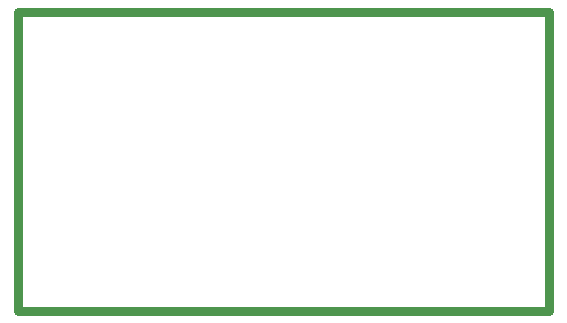
<source format=gko>
%FSLAX25Y25*%
%MOIN*%
G70*
G01*
G75*
G04 Layer_Color=16711935*
%ADD10R,0.03347X0.03150*%
%ADD11R,0.03150X0.03347*%
%ADD12R,0.03937X0.03150*%
%ADD13R,0.03937X0.05906*%
%ADD14R,0.03150X0.03937*%
%ADD15R,0.05906X0.03937*%
%ADD16R,0.04528X0.02362*%
G04:AMPARAMS|DCode=17|XSize=11.81mil|YSize=47.24mil|CornerRadius=2.95mil|HoleSize=0mil|Usage=FLASHONLY|Rotation=180.000|XOffset=0mil|YOffset=0mil|HoleType=Round|Shape=RoundedRectangle|*
%AMROUNDEDRECTD17*
21,1,0.01181,0.04134,0,0,180.0*
21,1,0.00591,0.04724,0,0,180.0*
1,1,0.00591,-0.00295,0.02067*
1,1,0.00591,0.00295,0.02067*
1,1,0.00591,0.00295,-0.02067*
1,1,0.00591,-0.00295,-0.02067*
%
%ADD17ROUNDEDRECTD17*%
G04:AMPARAMS|DCode=18|XSize=94.49mil|YSize=94.49mil|CornerRadius=23.62mil|HoleSize=0mil|Usage=FLASHONLY|Rotation=180.000|XOffset=0mil|YOffset=0mil|HoleType=Round|Shape=RoundedRectangle|*
%AMROUNDEDRECTD18*
21,1,0.09449,0.04724,0,0,180.0*
21,1,0.04724,0.09449,0,0,180.0*
1,1,0.04724,-0.02362,0.02362*
1,1,0.04724,0.02362,0.02362*
1,1,0.04724,0.02362,-0.02362*
1,1,0.04724,-0.02362,-0.02362*
%
%ADD18ROUNDEDRECTD18*%
%ADD19R,0.03543X0.04921*%
%ADD20C,0.00600*%
%ADD21C,0.01000*%
%ADD22C,0.01400*%
%ADD23C,0.05500*%
%ADD24R,0.05500X0.05500*%
%ADD25R,0.05700X0.05700*%
%ADD26C,0.05700*%
%ADD27C,0.05512*%
%ADD28C,0.05906*%
%ADD29C,0.21000*%
%ADD30C,0.04000*%
%ADD31C,0.02500*%
%ADD32C,0.02700*%
%ADD33C,0.00984*%
%ADD34C,0.01969*%
%ADD35C,0.04000*%
%ADD36C,0.00787*%
%ADD37C,0.01200*%
%ADD38C,0.00591*%
%ADD39C,0.00100*%
%ADD40R,0.04147X0.03950*%
%ADD41R,0.03950X0.04147*%
%ADD42R,0.04737X0.03950*%
%ADD43R,0.04737X0.06706*%
%ADD44R,0.03950X0.04737*%
%ADD45R,0.06706X0.04737*%
%ADD46R,0.05328X0.03162*%
G04:AMPARAMS|DCode=47|XSize=19.81mil|YSize=55.24mil|CornerRadius=6.95mil|HoleSize=0mil|Usage=FLASHONLY|Rotation=180.000|XOffset=0mil|YOffset=0mil|HoleType=Round|Shape=RoundedRectangle|*
%AMROUNDEDRECTD47*
21,1,0.01981,0.04134,0,0,180.0*
21,1,0.00591,0.05524,0,0,180.0*
1,1,0.01391,-0.00295,0.02067*
1,1,0.01391,0.00295,0.02067*
1,1,0.01391,0.00295,-0.02067*
1,1,0.01391,-0.00295,-0.02067*
%
%ADD47ROUNDEDRECTD47*%
G04:AMPARAMS|DCode=48|XSize=102.49mil|YSize=102.49mil|CornerRadius=27.62mil|HoleSize=0mil|Usage=FLASHONLY|Rotation=180.000|XOffset=0mil|YOffset=0mil|HoleType=Round|Shape=RoundedRectangle|*
%AMROUNDEDRECTD48*
21,1,0.10249,0.04724,0,0,180.0*
21,1,0.04724,0.10249,0,0,180.0*
1,1,0.05524,-0.02362,0.02362*
1,1,0.05524,0.02362,0.02362*
1,1,0.05524,0.02362,-0.02362*
1,1,0.05524,-0.02362,-0.02362*
%
%ADD48ROUNDEDRECTD48*%
%ADD49R,0.04343X0.05721*%
%ADD50C,0.06300*%
%ADD51R,0.06300X0.06300*%
%ADD52R,0.06500X0.06500*%
%ADD53C,0.06500*%
%ADD54C,0.06312*%
%ADD55C,0.06706*%
%ADD56C,0.21800*%
%ADD57C,0.04800*%
%ADD58C,0.03000*%
D58*
X-17300Y-72800D02*
X159800D01*
Y26800D01*
X-17300D02*
X159800D01*
X-17300Y-72800D02*
Y26800D01*
M02*

</source>
